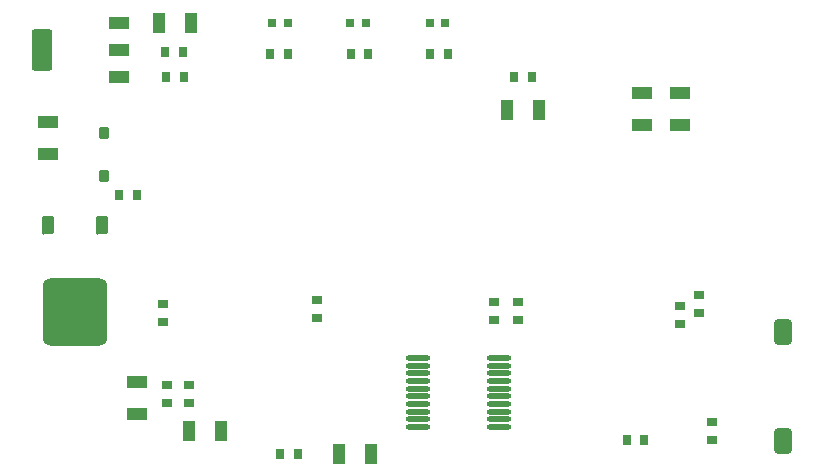
<source format=gbr>
G04 Layer_Color=8421504*
%FSLAX42Y42*%
%MOMM*%
%TF.FileFunction,Paste,Top*%
%TF.Part,Single*%
G01*
G75*
%TA.AperFunction,SMDPad,CuDef*%
G04:AMPARAMS|DCode=10|XSize=1.6mm|YSize=2.19mm|CornerRadius=0.4mm|HoleSize=0mm|Usage=FLASHONLY|Rotation=0.000|XOffset=0mm|YOffset=0mm|HoleType=Round|Shape=RoundedRectangle|*
%AMROUNDEDRECTD10*
21,1,1.60,1.39,0,0,0.0*
21,1,0.80,2.19,0,0,0.0*
1,1,0.80,0.40,-0.69*
1,1,0.80,-0.40,-0.69*
1,1,0.80,-0.40,0.69*
1,1,0.80,0.40,0.69*
%
%ADD10ROUNDEDRECTD10*%
%ADD11R,1.70X1.10*%
%ADD12O,2.10X0.45*%
%ADD13R,0.70X0.90*%
%ADD14R,0.90X0.70*%
%ADD15R,0.65X0.80*%
%ADD16R,1.10X1.70*%
G04:AMPARAMS|DCode=17|XSize=0.8mm|YSize=1mm|CornerRadius=0.1mm|HoleSize=0mm|Usage=FLASHONLY|Rotation=180.000|XOffset=0mm|YOffset=0mm|HoleType=Round|Shape=RoundedRectangle|*
%AMROUNDEDRECTD17*
21,1,0.80,0.80,0,0,180.0*
21,1,0.60,1.00,0,0,180.0*
1,1,0.20,-0.30,0.40*
1,1,0.20,0.30,0.40*
1,1,0.20,0.30,-0.40*
1,1,0.20,-0.30,-0.40*
%
%ADD17ROUNDEDRECTD17*%
G04:AMPARAMS|DCode=18|XSize=3.5mm|YSize=1.75mm|CornerRadius=0.22mm|HoleSize=0mm|Usage=FLASHONLY|Rotation=90.000|XOffset=0mm|YOffset=0mm|HoleType=Round|Shape=RoundedRectangle|*
%AMROUNDEDRECTD18*
21,1,3.50,1.31,0,0,90.0*
21,1,3.06,1.75,0,0,90.0*
1,1,0.44,0.66,1.53*
1,1,0.44,0.66,-1.53*
1,1,0.44,-0.66,-1.53*
1,1,0.44,-0.66,1.53*
%
%ADD18ROUNDEDRECTD18*%
G04:AMPARAMS|DCode=19|XSize=1.1mm|YSize=1.75mm|CornerRadius=0.14mm|HoleSize=0mm|Usage=FLASHONLY|Rotation=90.000|XOffset=0mm|YOffset=0mm|HoleType=Round|Shape=RoundedRectangle|*
%AMROUNDEDRECTD19*
21,1,1.10,1.48,0,0,90.0*
21,1,0.82,1.75,0,0,90.0*
1,1,0.28,0.74,0.41*
1,1,0.28,0.74,-0.41*
1,1,0.28,-0.74,-0.41*
1,1,0.28,-0.74,0.41*
%
%ADD19ROUNDEDRECTD19*%
G04:AMPARAMS|DCode=20|XSize=1.1mm|YSize=1.75mm|CornerRadius=0.14mm|HoleSize=0mm|Usage=FLASHONLY|Rotation=90.000|XOffset=0mm|YOffset=0mm|HoleType=Round|Shape=RoundedRectangle|*
%AMROUNDEDRECTD20*
21,1,1.10,1.48,0,0,90.0*
21,1,0.82,1.75,0,0,90.0*
1,1,0.28,0.74,0.41*
1,1,0.28,0.74,-0.41*
1,1,0.28,-0.74,-0.41*
1,1,0.28,-0.74,0.41*
%
%ADD20ROUNDEDRECTD20*%
G04:AMPARAMS|DCode=21|XSize=5.5mm|YSize=5.7mm|CornerRadius=0.69mm|HoleSize=0mm|Usage=FLASHONLY|Rotation=180.000|XOffset=0mm|YOffset=0mm|HoleType=Round|Shape=RoundedRectangle|*
%AMROUNDEDRECTD21*
21,1,5.50,4.33,0,0,180.0*
21,1,4.13,5.70,0,0,180.0*
1,1,1.38,-2.06,2.16*
1,1,1.38,2.06,2.16*
1,1,1.38,2.06,-2.16*
1,1,1.38,-2.06,-2.16*
%
%ADD21ROUNDEDRECTD21*%
G04:AMPARAMS|DCode=22|XSize=1mm|YSize=1.6mm|CornerRadius=0.13mm|HoleSize=0mm|Usage=FLASHONLY|Rotation=180.000|XOffset=0mm|YOffset=0mm|HoleType=Round|Shape=RoundedRectangle|*
%AMROUNDEDRECTD22*
21,1,1.00,1.35,0,0,180.0*
21,1,0.75,1.60,0,0,180.0*
1,1,0.25,-0.38,0.68*
1,1,0.25,0.38,0.68*
1,1,0.25,0.38,-0.68*
1,1,0.25,-0.38,-0.68*
%
%ADD22ROUNDEDRECTD22*%
D10*
X6500Y1065D02*
D03*
Y1984D02*
D03*
D11*
X5625Y4010D02*
D03*
Y3740D02*
D03*
X5300Y4010D02*
D03*
Y3740D02*
D03*
X1025Y1290D02*
D03*
Y1560D02*
D03*
X275Y3760D02*
D03*
Y3490D02*
D03*
D12*
X3405Y1767D02*
D03*
Y1702D02*
D03*
Y1638D02*
D03*
Y1573D02*
D03*
Y1507D02*
D03*
Y1443D02*
D03*
Y1377D02*
D03*
Y1312D02*
D03*
Y1248D02*
D03*
Y1182D02*
D03*
X4095Y1767D02*
D03*
Y1702D02*
D03*
Y1638D02*
D03*
Y1573D02*
D03*
Y1507D02*
D03*
Y1443D02*
D03*
Y1377D02*
D03*
Y1312D02*
D03*
Y1248D02*
D03*
Y1182D02*
D03*
D13*
X2156Y4338D02*
D03*
X2306D02*
D03*
X5175Y1075D02*
D03*
X5325D02*
D03*
X2238Y956D02*
D03*
X2388D02*
D03*
X4369Y4144D02*
D03*
X4219D02*
D03*
X3512Y4338D02*
D03*
X3662D02*
D03*
X2838D02*
D03*
X2988D02*
D03*
X1425Y4144D02*
D03*
X1275D02*
D03*
X1269Y4356D02*
D03*
X1419D02*
D03*
X1025Y3150D02*
D03*
X875D02*
D03*
D14*
X5900Y1075D02*
D03*
Y1225D02*
D03*
X1281Y1388D02*
D03*
Y1538D02*
D03*
X1469Y1388D02*
D03*
Y1538D02*
D03*
X1250Y2069D02*
D03*
Y2219D02*
D03*
X5625Y2056D02*
D03*
Y2206D02*
D03*
X5788Y2150D02*
D03*
Y2300D02*
D03*
X4050Y2088D02*
D03*
Y2238D02*
D03*
X4250Y2088D02*
D03*
Y2238D02*
D03*
X2556Y2106D02*
D03*
Y2256D02*
D03*
D15*
X2965Y4600D02*
D03*
X2835D02*
D03*
X3510D02*
D03*
X3640D02*
D03*
X2175D02*
D03*
X2305D02*
D03*
D16*
X1215D02*
D03*
X1485D02*
D03*
X1471Y1150D02*
D03*
X1741D02*
D03*
X3008Y956D02*
D03*
X2738D02*
D03*
X4429Y3869D02*
D03*
X4159D02*
D03*
D17*
X750Y3672D02*
D03*
Y3303D02*
D03*
D18*
X220Y4375D02*
D03*
D19*
X880Y4605D02*
D03*
Y4375D02*
D03*
D20*
Y4145D02*
D03*
D21*
X500Y2155D02*
D03*
D22*
X271Y2895D02*
D03*
X728Y2895D02*
D03*
%TF.MD5,394bf620810771b8c3dc06d9e6d2e502*%
M02*

</source>
